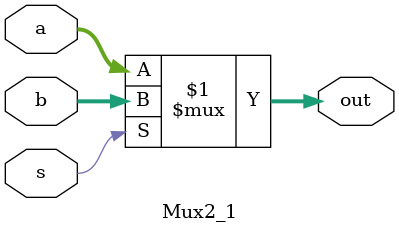
<source format=v>
`timescale 1ns / 1ps
module Mux2_1(
	input [31:0]a,
	input [31:0]b,
	output [31:0]out,
	input s
    );

 assign out = s ? b : a;

endmodule

</source>
